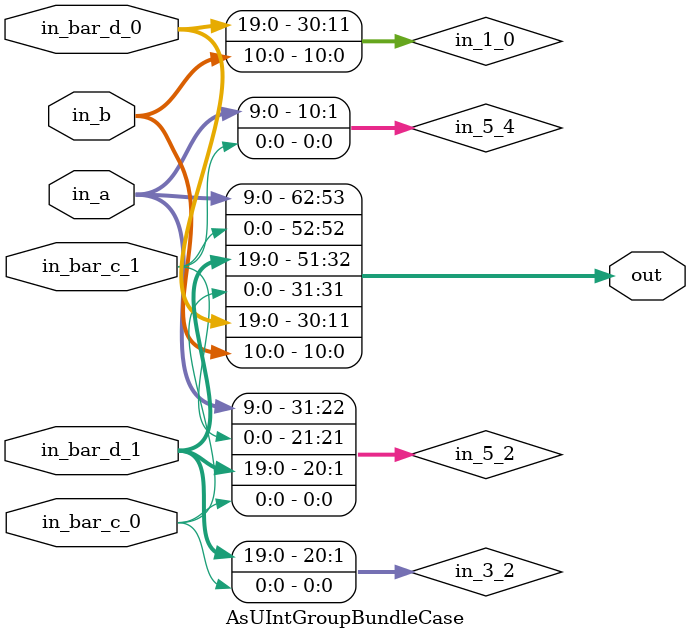
<source format=v>
module AsUIntGroupBundleCase (
  input  [9:0]  in_a,
  input         in_bar_c_0,
  input  [19:0] in_bar_d_0,
  input         in_bar_c_1,
  input  [19:0] in_bar_d_1,
  input  [10:0] in_b,
  output [62:0] out
);
  wire [10:0]  in_5_4;
  wire [20:0]  in_3_2;
  wire [30:0]  in_1_0;
  wire [31:0]  in_5_2;

  assign out = {in_5_2, in_1_0};
  assign in_5_4 = {in_a, in_bar_c_1};
  assign in_3_2 = {in_bar_d_1, in_bar_c_0};
  assign in_1_0 = {in_bar_d_0, in_b};
  assign in_5_2 = {in_5_4, in_3_2};
endmodule

</source>
